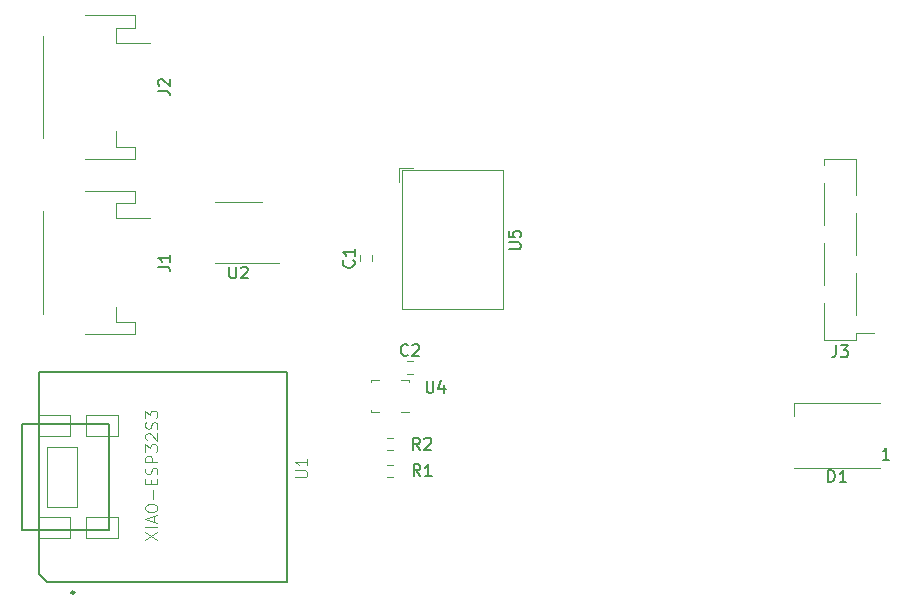
<source format=gbr>
%TF.GenerationSoftware,KiCad,Pcbnew,7.0.1-0*%
%TF.CreationDate,2023-04-18T17:15:31-07:00*%
%TF.ProjectId,rv,72762e6b-6963-4616-945f-706362585858,rev?*%
%TF.SameCoordinates,Original*%
%TF.FileFunction,Legend,Top*%
%TF.FilePolarity,Positive*%
%FSLAX46Y46*%
G04 Gerber Fmt 4.6, Leading zero omitted, Abs format (unit mm)*
G04 Created by KiCad (PCBNEW 7.0.1-0) date 2023-04-18 17:15:31*
%MOMM*%
%LPD*%
G01*
G04 APERTURE LIST*
%ADD10C,0.150000*%
%ADD11C,0.100000*%
%ADD12C,0.120000*%
%ADD13C,0.127000*%
%ADD14C,0.066040*%
%ADD15C,0.254000*%
G04 APERTURE END LIST*
D10*
%TO.C,C2*%
X181341733Y-61776980D02*
X181294114Y-61824600D01*
X181294114Y-61824600D02*
X181151257Y-61872219D01*
X181151257Y-61872219D02*
X181056019Y-61872219D01*
X181056019Y-61872219D02*
X180913162Y-61824600D01*
X180913162Y-61824600D02*
X180817924Y-61729361D01*
X180817924Y-61729361D02*
X180770305Y-61634123D01*
X180770305Y-61634123D02*
X180722686Y-61443647D01*
X180722686Y-61443647D02*
X180722686Y-61300790D01*
X180722686Y-61300790D02*
X180770305Y-61110314D01*
X180770305Y-61110314D02*
X180817924Y-61015076D01*
X180817924Y-61015076D02*
X180913162Y-60919838D01*
X180913162Y-60919838D02*
X181056019Y-60872219D01*
X181056019Y-60872219D02*
X181151257Y-60872219D01*
X181151257Y-60872219D02*
X181294114Y-60919838D01*
X181294114Y-60919838D02*
X181341733Y-60967457D01*
X181722686Y-60967457D02*
X181770305Y-60919838D01*
X181770305Y-60919838D02*
X181865543Y-60872219D01*
X181865543Y-60872219D02*
X182103638Y-60872219D01*
X182103638Y-60872219D02*
X182198876Y-60919838D01*
X182198876Y-60919838D02*
X182246495Y-60967457D01*
X182246495Y-60967457D02*
X182294114Y-61062695D01*
X182294114Y-61062695D02*
X182294114Y-61157933D01*
X182294114Y-61157933D02*
X182246495Y-61300790D01*
X182246495Y-61300790D02*
X181675067Y-61872219D01*
X181675067Y-61872219D02*
X182294114Y-61872219D01*
%TO.C,J1*%
X160202619Y-54308333D02*
X160916904Y-54308333D01*
X160916904Y-54308333D02*
X161059761Y-54355952D01*
X161059761Y-54355952D02*
X161155000Y-54451190D01*
X161155000Y-54451190D02*
X161202619Y-54594047D01*
X161202619Y-54594047D02*
X161202619Y-54689285D01*
X161202619Y-53308333D02*
X161202619Y-53879761D01*
X161202619Y-53594047D02*
X160202619Y-53594047D01*
X160202619Y-53594047D02*
X160345476Y-53689285D01*
X160345476Y-53689285D02*
X160440714Y-53784523D01*
X160440714Y-53784523D02*
X160488333Y-53879761D01*
D11*
%TO.C,U1*%
X171827019Y-72135904D02*
X172636542Y-72135904D01*
X172636542Y-72135904D02*
X172731780Y-72088285D01*
X172731780Y-72088285D02*
X172779400Y-72040666D01*
X172779400Y-72040666D02*
X172827019Y-71945428D01*
X172827019Y-71945428D02*
X172827019Y-71754952D01*
X172827019Y-71754952D02*
X172779400Y-71659714D01*
X172779400Y-71659714D02*
X172731780Y-71612095D01*
X172731780Y-71612095D02*
X172636542Y-71564476D01*
X172636542Y-71564476D02*
X171827019Y-71564476D01*
X172827019Y-70564476D02*
X172827019Y-71135904D01*
X172827019Y-70850190D02*
X171827019Y-70850190D01*
X171827019Y-70850190D02*
X171969876Y-70945428D01*
X171969876Y-70945428D02*
X172065114Y-71040666D01*
X172065114Y-71040666D02*
X172112733Y-71135904D01*
X159127019Y-77408989D02*
X160127019Y-76742323D01*
X159127019Y-76742323D02*
X160127019Y-77408989D01*
X160127019Y-76361370D02*
X159127019Y-76361370D01*
X159841304Y-75932799D02*
X159841304Y-75456609D01*
X160127019Y-76028037D02*
X159127019Y-75694704D01*
X159127019Y-75694704D02*
X160127019Y-75361371D01*
X159127019Y-74837561D02*
X159127019Y-74647085D01*
X159127019Y-74647085D02*
X159174638Y-74551847D01*
X159174638Y-74551847D02*
X159269876Y-74456609D01*
X159269876Y-74456609D02*
X159460352Y-74408990D01*
X159460352Y-74408990D02*
X159793685Y-74408990D01*
X159793685Y-74408990D02*
X159984161Y-74456609D01*
X159984161Y-74456609D02*
X160079400Y-74551847D01*
X160079400Y-74551847D02*
X160127019Y-74647085D01*
X160127019Y-74647085D02*
X160127019Y-74837561D01*
X160127019Y-74837561D02*
X160079400Y-74932799D01*
X160079400Y-74932799D02*
X159984161Y-75028037D01*
X159984161Y-75028037D02*
X159793685Y-75075656D01*
X159793685Y-75075656D02*
X159460352Y-75075656D01*
X159460352Y-75075656D02*
X159269876Y-75028037D01*
X159269876Y-75028037D02*
X159174638Y-74932799D01*
X159174638Y-74932799D02*
X159127019Y-74837561D01*
X159746066Y-73980418D02*
X159746066Y-73218514D01*
X159603209Y-72742323D02*
X159603209Y-72408990D01*
X160127019Y-72266133D02*
X160127019Y-72742323D01*
X160127019Y-72742323D02*
X159127019Y-72742323D01*
X159127019Y-72742323D02*
X159127019Y-72266133D01*
X160079400Y-71885180D02*
X160127019Y-71742323D01*
X160127019Y-71742323D02*
X160127019Y-71504228D01*
X160127019Y-71504228D02*
X160079400Y-71408990D01*
X160079400Y-71408990D02*
X160031780Y-71361371D01*
X160031780Y-71361371D02*
X159936542Y-71313752D01*
X159936542Y-71313752D02*
X159841304Y-71313752D01*
X159841304Y-71313752D02*
X159746066Y-71361371D01*
X159746066Y-71361371D02*
X159698447Y-71408990D01*
X159698447Y-71408990D02*
X159650828Y-71504228D01*
X159650828Y-71504228D02*
X159603209Y-71694704D01*
X159603209Y-71694704D02*
X159555590Y-71789942D01*
X159555590Y-71789942D02*
X159507971Y-71837561D01*
X159507971Y-71837561D02*
X159412733Y-71885180D01*
X159412733Y-71885180D02*
X159317495Y-71885180D01*
X159317495Y-71885180D02*
X159222257Y-71837561D01*
X159222257Y-71837561D02*
X159174638Y-71789942D01*
X159174638Y-71789942D02*
X159127019Y-71694704D01*
X159127019Y-71694704D02*
X159127019Y-71456609D01*
X159127019Y-71456609D02*
X159174638Y-71313752D01*
X160127019Y-70885180D02*
X159127019Y-70885180D01*
X159127019Y-70885180D02*
X159127019Y-70504228D01*
X159127019Y-70504228D02*
X159174638Y-70408990D01*
X159174638Y-70408990D02*
X159222257Y-70361371D01*
X159222257Y-70361371D02*
X159317495Y-70313752D01*
X159317495Y-70313752D02*
X159460352Y-70313752D01*
X159460352Y-70313752D02*
X159555590Y-70361371D01*
X159555590Y-70361371D02*
X159603209Y-70408990D01*
X159603209Y-70408990D02*
X159650828Y-70504228D01*
X159650828Y-70504228D02*
X159650828Y-70885180D01*
X159127019Y-69980418D02*
X159127019Y-69361371D01*
X159127019Y-69361371D02*
X159507971Y-69694704D01*
X159507971Y-69694704D02*
X159507971Y-69551847D01*
X159507971Y-69551847D02*
X159555590Y-69456609D01*
X159555590Y-69456609D02*
X159603209Y-69408990D01*
X159603209Y-69408990D02*
X159698447Y-69361371D01*
X159698447Y-69361371D02*
X159936542Y-69361371D01*
X159936542Y-69361371D02*
X160031780Y-69408990D01*
X160031780Y-69408990D02*
X160079400Y-69456609D01*
X160079400Y-69456609D02*
X160127019Y-69551847D01*
X160127019Y-69551847D02*
X160127019Y-69837561D01*
X160127019Y-69837561D02*
X160079400Y-69932799D01*
X160079400Y-69932799D02*
X160031780Y-69980418D01*
X159222257Y-68980418D02*
X159174638Y-68932799D01*
X159174638Y-68932799D02*
X159127019Y-68837561D01*
X159127019Y-68837561D02*
X159127019Y-68599466D01*
X159127019Y-68599466D02*
X159174638Y-68504228D01*
X159174638Y-68504228D02*
X159222257Y-68456609D01*
X159222257Y-68456609D02*
X159317495Y-68408990D01*
X159317495Y-68408990D02*
X159412733Y-68408990D01*
X159412733Y-68408990D02*
X159555590Y-68456609D01*
X159555590Y-68456609D02*
X160127019Y-69028037D01*
X160127019Y-69028037D02*
X160127019Y-68408990D01*
X160079400Y-68028037D02*
X160127019Y-67885180D01*
X160127019Y-67885180D02*
X160127019Y-67647085D01*
X160127019Y-67647085D02*
X160079400Y-67551847D01*
X160079400Y-67551847D02*
X160031780Y-67504228D01*
X160031780Y-67504228D02*
X159936542Y-67456609D01*
X159936542Y-67456609D02*
X159841304Y-67456609D01*
X159841304Y-67456609D02*
X159746066Y-67504228D01*
X159746066Y-67504228D02*
X159698447Y-67551847D01*
X159698447Y-67551847D02*
X159650828Y-67647085D01*
X159650828Y-67647085D02*
X159603209Y-67837561D01*
X159603209Y-67837561D02*
X159555590Y-67932799D01*
X159555590Y-67932799D02*
X159507971Y-67980418D01*
X159507971Y-67980418D02*
X159412733Y-68028037D01*
X159412733Y-68028037D02*
X159317495Y-68028037D01*
X159317495Y-68028037D02*
X159222257Y-67980418D01*
X159222257Y-67980418D02*
X159174638Y-67932799D01*
X159174638Y-67932799D02*
X159127019Y-67837561D01*
X159127019Y-67837561D02*
X159127019Y-67599466D01*
X159127019Y-67599466D02*
X159174638Y-67456609D01*
X159127019Y-67123275D02*
X159127019Y-66504228D01*
X159127019Y-66504228D02*
X159507971Y-66837561D01*
X159507971Y-66837561D02*
X159507971Y-66694704D01*
X159507971Y-66694704D02*
X159555590Y-66599466D01*
X159555590Y-66599466D02*
X159603209Y-66551847D01*
X159603209Y-66551847D02*
X159698447Y-66504228D01*
X159698447Y-66504228D02*
X159936542Y-66504228D01*
X159936542Y-66504228D02*
X160031780Y-66551847D01*
X160031780Y-66551847D02*
X160079400Y-66599466D01*
X160079400Y-66599466D02*
X160127019Y-66694704D01*
X160127019Y-66694704D02*
X160127019Y-66980418D01*
X160127019Y-66980418D02*
X160079400Y-67075656D01*
X160079400Y-67075656D02*
X160031780Y-67123275D01*
D10*
%TO.C,J2*%
X160202619Y-39433333D02*
X160916904Y-39433333D01*
X160916904Y-39433333D02*
X161059761Y-39480952D01*
X161059761Y-39480952D02*
X161155000Y-39576190D01*
X161155000Y-39576190D02*
X161202619Y-39719047D01*
X161202619Y-39719047D02*
X161202619Y-39814285D01*
X160297857Y-39004761D02*
X160250238Y-38957142D01*
X160250238Y-38957142D02*
X160202619Y-38861904D01*
X160202619Y-38861904D02*
X160202619Y-38623809D01*
X160202619Y-38623809D02*
X160250238Y-38528571D01*
X160250238Y-38528571D02*
X160297857Y-38480952D01*
X160297857Y-38480952D02*
X160393095Y-38433333D01*
X160393095Y-38433333D02*
X160488333Y-38433333D01*
X160488333Y-38433333D02*
X160631190Y-38480952D01*
X160631190Y-38480952D02*
X161202619Y-39052380D01*
X161202619Y-39052380D02*
X161202619Y-38433333D01*
%TO.C,R1*%
X182408533Y-72039819D02*
X182075200Y-71563628D01*
X181837105Y-72039819D02*
X181837105Y-71039819D01*
X181837105Y-71039819D02*
X182218057Y-71039819D01*
X182218057Y-71039819D02*
X182313295Y-71087438D01*
X182313295Y-71087438D02*
X182360914Y-71135057D01*
X182360914Y-71135057D02*
X182408533Y-71230295D01*
X182408533Y-71230295D02*
X182408533Y-71373152D01*
X182408533Y-71373152D02*
X182360914Y-71468390D01*
X182360914Y-71468390D02*
X182313295Y-71516009D01*
X182313295Y-71516009D02*
X182218057Y-71563628D01*
X182218057Y-71563628D02*
X181837105Y-71563628D01*
X183360914Y-72039819D02*
X182789486Y-72039819D01*
X183075200Y-72039819D02*
X183075200Y-71039819D01*
X183075200Y-71039819D02*
X182979962Y-71182676D01*
X182979962Y-71182676D02*
X182884724Y-71277914D01*
X182884724Y-71277914D02*
X182789486Y-71325533D01*
%TO.C,D1*%
X216939905Y-72542619D02*
X216939905Y-71542619D01*
X216939905Y-71542619D02*
X217178000Y-71542619D01*
X217178000Y-71542619D02*
X217320857Y-71590238D01*
X217320857Y-71590238D02*
X217416095Y-71685476D01*
X217416095Y-71685476D02*
X217463714Y-71780714D01*
X217463714Y-71780714D02*
X217511333Y-71971190D01*
X217511333Y-71971190D02*
X217511333Y-72114047D01*
X217511333Y-72114047D02*
X217463714Y-72304523D01*
X217463714Y-72304523D02*
X217416095Y-72399761D01*
X217416095Y-72399761D02*
X217320857Y-72495000D01*
X217320857Y-72495000D02*
X217178000Y-72542619D01*
X217178000Y-72542619D02*
X216939905Y-72542619D01*
X218463714Y-72542619D02*
X217892286Y-72542619D01*
X218178000Y-72542619D02*
X218178000Y-71542619D01*
X218178000Y-71542619D02*
X218082762Y-71685476D01*
X218082762Y-71685476D02*
X217987524Y-71780714D01*
X217987524Y-71780714D02*
X217892286Y-71828333D01*
X222113714Y-70642619D02*
X221542286Y-70642619D01*
X221828000Y-70642619D02*
X221828000Y-69642619D01*
X221828000Y-69642619D02*
X221732762Y-69785476D01*
X221732762Y-69785476D02*
X221637524Y-69880714D01*
X221637524Y-69880714D02*
X221542286Y-69928333D01*
%TO.C,U2*%
X166243095Y-54297619D02*
X166243095Y-55107142D01*
X166243095Y-55107142D02*
X166290714Y-55202380D01*
X166290714Y-55202380D02*
X166338333Y-55250000D01*
X166338333Y-55250000D02*
X166433571Y-55297619D01*
X166433571Y-55297619D02*
X166624047Y-55297619D01*
X166624047Y-55297619D02*
X166719285Y-55250000D01*
X166719285Y-55250000D02*
X166766904Y-55202380D01*
X166766904Y-55202380D02*
X166814523Y-55107142D01*
X166814523Y-55107142D02*
X166814523Y-54297619D01*
X167243095Y-54392857D02*
X167290714Y-54345238D01*
X167290714Y-54345238D02*
X167385952Y-54297619D01*
X167385952Y-54297619D02*
X167624047Y-54297619D01*
X167624047Y-54297619D02*
X167719285Y-54345238D01*
X167719285Y-54345238D02*
X167766904Y-54392857D01*
X167766904Y-54392857D02*
X167814523Y-54488095D01*
X167814523Y-54488095D02*
X167814523Y-54583333D01*
X167814523Y-54583333D02*
X167766904Y-54726190D01*
X167766904Y-54726190D02*
X167195476Y-55297619D01*
X167195476Y-55297619D02*
X167814523Y-55297619D01*
%TO.C,U4*%
X182930895Y-63978619D02*
X182930895Y-64788142D01*
X182930895Y-64788142D02*
X182978514Y-64883380D01*
X182978514Y-64883380D02*
X183026133Y-64931000D01*
X183026133Y-64931000D02*
X183121371Y-64978619D01*
X183121371Y-64978619D02*
X183311847Y-64978619D01*
X183311847Y-64978619D02*
X183407085Y-64931000D01*
X183407085Y-64931000D02*
X183454704Y-64883380D01*
X183454704Y-64883380D02*
X183502323Y-64788142D01*
X183502323Y-64788142D02*
X183502323Y-63978619D01*
X184407085Y-64311952D02*
X184407085Y-64978619D01*
X184168990Y-63931000D02*
X183930895Y-64645285D01*
X183930895Y-64645285D02*
X184549942Y-64645285D01*
%TO.C,J3*%
X217598666Y-60974619D02*
X217598666Y-61688904D01*
X217598666Y-61688904D02*
X217551047Y-61831761D01*
X217551047Y-61831761D02*
X217455809Y-61927000D01*
X217455809Y-61927000D02*
X217312952Y-61974619D01*
X217312952Y-61974619D02*
X217217714Y-61974619D01*
X217979619Y-60974619D02*
X218598666Y-60974619D01*
X218598666Y-60974619D02*
X218265333Y-61355571D01*
X218265333Y-61355571D02*
X218408190Y-61355571D01*
X218408190Y-61355571D02*
X218503428Y-61403190D01*
X218503428Y-61403190D02*
X218551047Y-61450809D01*
X218551047Y-61450809D02*
X218598666Y-61546047D01*
X218598666Y-61546047D02*
X218598666Y-61784142D01*
X218598666Y-61784142D02*
X218551047Y-61879380D01*
X218551047Y-61879380D02*
X218503428Y-61927000D01*
X218503428Y-61927000D02*
X218408190Y-61974619D01*
X218408190Y-61974619D02*
X218122476Y-61974619D01*
X218122476Y-61974619D02*
X218027238Y-61927000D01*
X218027238Y-61927000D02*
X217979619Y-61879380D01*
%TO.C,C1*%
X176737380Y-53760666D02*
X176785000Y-53808285D01*
X176785000Y-53808285D02*
X176832619Y-53951142D01*
X176832619Y-53951142D02*
X176832619Y-54046380D01*
X176832619Y-54046380D02*
X176785000Y-54189237D01*
X176785000Y-54189237D02*
X176689761Y-54284475D01*
X176689761Y-54284475D02*
X176594523Y-54332094D01*
X176594523Y-54332094D02*
X176404047Y-54379713D01*
X176404047Y-54379713D02*
X176261190Y-54379713D01*
X176261190Y-54379713D02*
X176070714Y-54332094D01*
X176070714Y-54332094D02*
X175975476Y-54284475D01*
X175975476Y-54284475D02*
X175880238Y-54189237D01*
X175880238Y-54189237D02*
X175832619Y-54046380D01*
X175832619Y-54046380D02*
X175832619Y-53951142D01*
X175832619Y-53951142D02*
X175880238Y-53808285D01*
X175880238Y-53808285D02*
X175927857Y-53760666D01*
X176832619Y-52808285D02*
X176832619Y-53379713D01*
X176832619Y-53093999D02*
X175832619Y-53093999D01*
X175832619Y-53093999D02*
X175975476Y-53189237D01*
X175975476Y-53189237D02*
X176070714Y-53284475D01*
X176070714Y-53284475D02*
X176118333Y-53379713D01*
%TO.C,U5*%
X189902619Y-52831904D02*
X190712142Y-52831904D01*
X190712142Y-52831904D02*
X190807380Y-52784285D01*
X190807380Y-52784285D02*
X190855000Y-52736666D01*
X190855000Y-52736666D02*
X190902619Y-52641428D01*
X190902619Y-52641428D02*
X190902619Y-52450952D01*
X190902619Y-52450952D02*
X190855000Y-52355714D01*
X190855000Y-52355714D02*
X190807380Y-52308095D01*
X190807380Y-52308095D02*
X190712142Y-52260476D01*
X190712142Y-52260476D02*
X189902619Y-52260476D01*
X189902619Y-51308095D02*
X189902619Y-51784285D01*
X189902619Y-51784285D02*
X190378809Y-51831904D01*
X190378809Y-51831904D02*
X190331190Y-51784285D01*
X190331190Y-51784285D02*
X190283571Y-51689047D01*
X190283571Y-51689047D02*
X190283571Y-51450952D01*
X190283571Y-51450952D02*
X190331190Y-51355714D01*
X190331190Y-51355714D02*
X190378809Y-51308095D01*
X190378809Y-51308095D02*
X190474047Y-51260476D01*
X190474047Y-51260476D02*
X190712142Y-51260476D01*
X190712142Y-51260476D02*
X190807380Y-51308095D01*
X190807380Y-51308095D02*
X190855000Y-51355714D01*
X190855000Y-51355714D02*
X190902619Y-51450952D01*
X190902619Y-51450952D02*
X190902619Y-51689047D01*
X190902619Y-51689047D02*
X190855000Y-51784285D01*
X190855000Y-51784285D02*
X190807380Y-51831904D01*
%TO.C,R2*%
X182357733Y-69804619D02*
X182024400Y-69328428D01*
X181786305Y-69804619D02*
X181786305Y-68804619D01*
X181786305Y-68804619D02*
X182167257Y-68804619D01*
X182167257Y-68804619D02*
X182262495Y-68852238D01*
X182262495Y-68852238D02*
X182310114Y-68899857D01*
X182310114Y-68899857D02*
X182357733Y-68995095D01*
X182357733Y-68995095D02*
X182357733Y-69137952D01*
X182357733Y-69137952D02*
X182310114Y-69233190D01*
X182310114Y-69233190D02*
X182262495Y-69280809D01*
X182262495Y-69280809D02*
X182167257Y-69328428D01*
X182167257Y-69328428D02*
X181786305Y-69328428D01*
X182738686Y-68899857D02*
X182786305Y-68852238D01*
X182786305Y-68852238D02*
X182881543Y-68804619D01*
X182881543Y-68804619D02*
X183119638Y-68804619D01*
X183119638Y-68804619D02*
X183214876Y-68852238D01*
X183214876Y-68852238D02*
X183262495Y-68899857D01*
X183262495Y-68899857D02*
X183310114Y-68995095D01*
X183310114Y-68995095D02*
X183310114Y-69090333D01*
X183310114Y-69090333D02*
X183262495Y-69233190D01*
X183262495Y-69233190D02*
X182691067Y-69804619D01*
X182691067Y-69804619D02*
X183310114Y-69804619D01*
D12*
%TO.C,C2*%
X181271142Y-63362100D02*
X181745658Y-63362100D01*
X181271142Y-62317100D02*
X181745658Y-62317100D01*
%TO.C,J1*%
X154000000Y-60035000D02*
X158250000Y-60035000D01*
X158250000Y-60035000D02*
X158250000Y-59015000D01*
X156650000Y-59015000D02*
X156650000Y-57735000D01*
X158250000Y-59015000D02*
X156650000Y-59015000D01*
X156650000Y-50215000D02*
X159540000Y-50215000D01*
X150430000Y-49635000D02*
X150430000Y-58315000D01*
X156650000Y-48935000D02*
X156650000Y-50215000D01*
X158250000Y-48935000D02*
X156650000Y-48935000D01*
X154000000Y-47915000D02*
X158250000Y-47915000D01*
X158250000Y-47915000D02*
X158250000Y-48935000D01*
D13*
%TO.C,U1*%
X150810690Y-81004410D02*
X171138310Y-81004410D01*
X171138310Y-81004410D02*
X171138310Y-63206630D01*
X150140130Y-80333850D02*
X150810690Y-81004410D01*
D14*
X150056310Y-77321410D02*
X150056310Y-75543410D01*
X152723310Y-77321410D02*
X150056310Y-77321410D01*
X152723310Y-77321410D02*
X152723310Y-75543410D01*
X154120310Y-77321410D02*
X154120310Y-75543410D01*
X156789850Y-77321410D02*
X154120310Y-77321410D01*
X156789850Y-77321410D02*
X156789850Y-75543410D01*
D13*
X156068490Y-76610210D02*
X148715190Y-76610210D01*
X148715190Y-76605130D02*
X148715190Y-67610990D01*
D14*
X152723310Y-75543410D02*
X150056310Y-75543410D01*
X156789850Y-75543410D02*
X154120310Y-75543410D01*
X150818310Y-74654410D02*
X150818310Y-69574410D01*
X153358310Y-74654410D02*
X150818310Y-74654410D01*
X153358310Y-74654410D02*
X153358310Y-69574410D01*
X153358310Y-69574410D02*
X150818310Y-69574410D01*
X150056310Y-68685410D02*
X150056310Y-66907410D01*
X152723310Y-68685410D02*
X150056310Y-68685410D01*
X152723310Y-68685410D02*
X152723310Y-66907410D01*
X154120310Y-68685410D02*
X154120310Y-66907410D01*
X156789850Y-68685410D02*
X154120310Y-68685410D01*
X156789850Y-68685410D02*
X156789850Y-66907410D01*
D13*
X148715190Y-67610990D02*
X156068490Y-67610990D01*
X156068490Y-67610990D02*
X156068490Y-76610210D01*
D14*
X152723310Y-66907410D02*
X150056310Y-66907410D01*
X156789850Y-66907410D02*
X154120310Y-66907410D01*
D13*
X150140130Y-63206630D02*
X150140130Y-80333850D01*
X171138310Y-63206630D02*
X150140130Y-63206630D01*
D15*
X153104310Y-81893410D02*
G75*
G03*
X153104310Y-81893410I-127000J0D01*
G01*
D12*
%TO.C,J2*%
X158250000Y-33040000D02*
X158250000Y-34060000D01*
X154000000Y-33040000D02*
X158250000Y-33040000D01*
X158250000Y-34060000D02*
X156650000Y-34060000D01*
X156650000Y-34060000D02*
X156650000Y-35340000D01*
X150430000Y-34760000D02*
X150430000Y-43440000D01*
X156650000Y-35340000D02*
X159540000Y-35340000D01*
X158250000Y-44140000D02*
X156650000Y-44140000D01*
X156650000Y-44140000D02*
X156650000Y-42860000D01*
X158250000Y-45160000D02*
X158250000Y-44140000D01*
X154000000Y-45160000D02*
X158250000Y-45160000D01*
%TO.C,R1*%
X180069258Y-72150500D02*
X179594742Y-72150500D01*
X180069258Y-71105500D02*
X179594742Y-71105500D01*
%TO.C,D1*%
X221328000Y-71330000D02*
X214028000Y-71330000D01*
X221328000Y-65830000D02*
X214028000Y-65830000D01*
X214028000Y-65830000D02*
X214028000Y-66980000D01*
%TO.C,U2*%
X167005000Y-53995000D02*
X170455000Y-53995000D01*
X167005000Y-53995000D02*
X165055000Y-53995000D01*
X167005000Y-48875000D02*
X168955000Y-48875000D01*
X167005000Y-48875000D02*
X165055000Y-48875000D01*
%TO.C,U4*%
X181442000Y-63918000D02*
X181442000Y-64093000D01*
X180767000Y-66638000D02*
X181442000Y-66638000D01*
X180767000Y-63918000D02*
X181442000Y-63918000D01*
X178897000Y-66638000D02*
X178222000Y-66638000D01*
X178897000Y-63918000D02*
X178222000Y-63918000D01*
X178222000Y-66638000D02*
X178222000Y-66463000D01*
X178222000Y-63918000D02*
X178222000Y-64093000D01*
%TO.C,J3*%
X219262000Y-60512000D02*
X219262000Y-59942000D01*
X219262000Y-60512000D02*
X216602000Y-60512000D01*
X219262000Y-59942000D02*
X220782000Y-59942000D01*
X219262000Y-58422000D02*
X219262000Y-54862000D01*
X219262000Y-53342000D02*
X219262000Y-49782000D01*
X219262000Y-48262000D02*
X219262000Y-45152000D01*
X219262000Y-45152000D02*
X216602000Y-45152000D01*
X216602000Y-60512000D02*
X216602000Y-57402000D01*
X216602000Y-55882000D02*
X216602000Y-52322000D01*
X216602000Y-50802000D02*
X216602000Y-47242000D01*
X216602000Y-45722000D02*
X216602000Y-45152000D01*
%TO.C,C1*%
X177277500Y-53831258D02*
X177277500Y-53356742D01*
X178322500Y-53831258D02*
X178322500Y-53356742D01*
%TO.C,U5*%
X181820000Y-45919000D02*
X180580000Y-45919000D01*
X180580000Y-45919000D02*
X180580000Y-47159000D01*
X189440000Y-46159000D02*
X180820000Y-46159000D01*
X189440000Y-46159000D02*
X189440000Y-57880000D01*
X180820000Y-46159000D02*
X180820000Y-57880000D01*
X189440000Y-57880000D02*
X180820000Y-57880000D01*
%TO.C,R2*%
X180069258Y-68819500D02*
X179594742Y-68819500D01*
X180069258Y-69864500D02*
X179594742Y-69864500D01*
%TD*%
M02*

</source>
